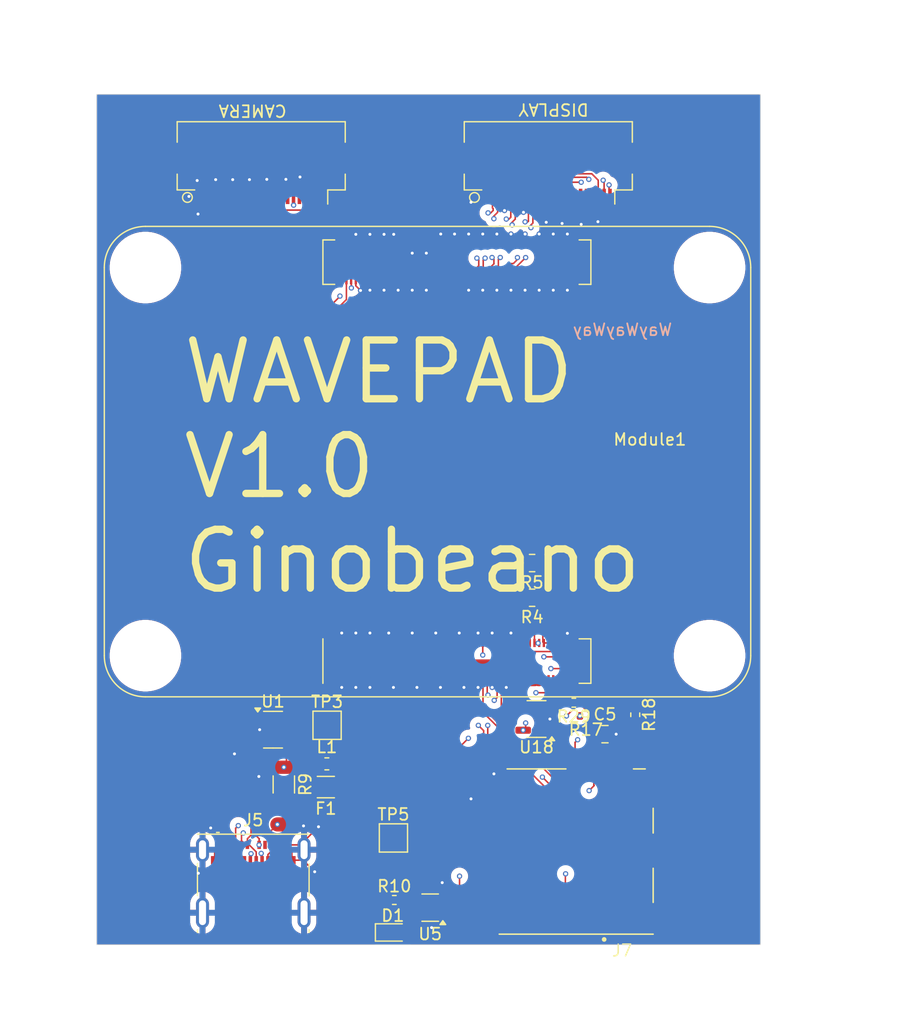
<source format=kicad_pcb>
(kicad_pcb (version 20241229) (generator "pcbnew") (generator_version "9.0")
  (layers (0 "F.Cu" signal "Front") (4 "In1.Cu" signal) (6 "In2.Cu" signal) (2 "B.Cu" signal "Back") (13 "F.Paste" user) (15 "B.Paste" user) (5 "F.SilkS" user "F.Silkscreen") (7 "B.SilkS" user "B.Silkscreen") (1 "F.Mask" user) (3 "B.Mask" user) (25 "Edge.Cuts" user))
  (net 0 "")
  (net 1 "GND")
  (net 2 "/CM4_GPIO (GPIO, SDCARD)/SD_PWR")
  (net 3 "Net-(D1-K)")
  (net 4 "/+3.3v")
  (net 5 "/+5v")
  (net 6 "Net-(U1-VBUS)")
  (net 7 "/CM4_GPIO (GPIO, SDCARD)/GLOBAL_EN")
  (net 8 "/CM4_GPIO (GPIO, SDCARD)/RUN_PG")
  (net 9 "/CM4_GPIO (GPIO, SDCARD)/WL_nDis")
  (net 10 "/CM4_GPIO (GPIO, SDCARD)/BT_nDis")
  (net 11 "/USB/USB D-")
  (net 12 "Net-(J5-CC1)")
  (net 13 "/USB/USB D+")
  (net 14 "/CM4_HighSpeed/SDA1")
  (net 15 "/CM4_GPIO (GPIO, SDCARD)/ID_SC")
  (net 16 "/CM4_GPIO (GPIO, SDCARD)/ID_SD")
  (net 17 "/CM4_HighSpeed/SCL1")
  (net 18 "Net-(J7-DET_A)")
  (net 19 "/CM4_GPIO (GPIO, SDCARD)/SD_DAT1")
  (net 20 "/CM4_GPIO (GPIO, SDCARD)/SD_CMD")
  (net 21 "/CM4_GPIO (GPIO, SDCARD)/SD_CLK")
  (net 22 "/CM4_GPIO (GPIO, SDCARD)/SD_DAT0")
  (net 23 "/CM4_GPIO (GPIO, SDCARD)/SD_DAT3")
  (net 24 "Net-(J7-DET_B)")
  (net 25 "/CM4_GPIO (GPIO, SDCARD)/SD_DAT2")
  (net 26 "/CM4_HighSpeed/CAM0_D0_P")
  (net 29 "/CM4_HighSpeed/CAM0_C_P")
  (net 30 "/CM4_HighSpeed/CAM0_C_N")
  (net 32 "/CM4_HighSpeed/CAM0_D1_P")
  (net 33 "/CM4_HighSpeed/CAM0_D1_N")
  (net 35 "/CM4_HighSpeed/+3.3v")
  (net 36 "/CM4_HighSpeed/CAM0_D0_N")
  (net 38 "/CM4_HighSpeed/CAM_GPIO")
  (net 40 "/CM4_HighSpeed/DSI0_D1_P")
  (net 41 "/CM4_HighSpeed/DSI0_C_P")
  (net 44 "/CM4_HighSpeed/DSI0_D0_N")
  (net 46 "/CM4_HighSpeed/DSI0_D0_P")
  (net 47 "/CM4_HighSpeed/DSI0_C_N")
  (net 50 "/CM4_HighSpeed/DSI0_D1_N")
  (net 51 "/CM4_GPIO (GPIO, SDCARD)/nRPIBOOT")
  (net 52 "/CM4_GPIO (GPIO, SDCARD)/GPIO23")
  (net 53 "/CM4_GPIO (GPIO, SDCARD)/+1.8v")
  (net 54 "/CM4_GPIO (GPIO, SDCARD)/GPIO_VREF")
  (net 55 "/CM4_GPIO (GPIO, SDCARD)/TRD0_N")
  (net 56 "/CM4_GPIO (GPIO, SDCARD)/SYNC_IN")
  (net 57 "/CM4_HighSpeed/CAM1_D0_N")
  (net 58 "/CM4_HighSpeed/DSI1_D3_N")
  (net 59 "/CM4_GPIO (GPIO, SDCARD)/GPIO8")
  (net 61 "/CM4_GPIO (GPIO, SDCARD)/GPIO22")
  (net 62 "/CM4_GPIO (GPIO, SDCARD)/AIN0")
  (net 63 "/CM4_HighSpeed/CAM1_D3_N")
  (net 64 "/CM4_GPIO (GPIO, SDCARD)/GPIO14")
  (net 65 "/CM4_HighSpeed/HDMI0_SDA")
  (net 66 "/CM4_HighSpeed/HDMI1_SDA")
  (net 67 "/CM4_HighSpeed/HDMI1_CK_P")
  (net 68 "/CM4_HighSpeed/DSI1_C_N")
  (net 69 "/CM4_HighSpeed/HDMI1_CK_N")
  (net 70 "/CM4_HighSpeed/HDMI1_D0_N")
  (net 71 "/CM4_HighSpeed/HDMI0_CEC")
  (net 72 "/CM4_GPIO (GPIO, SDCARD)/GPIO4")
  (net 73 "/CM4_HighSpeed/DSI1_D0_N")
  (net 74 "/CM4_HighSpeed/PCIE_CLK_N")
  (net 75 "/CM4_HighSpeed/PCIE_TX_P")
  (net 76 "/CM4_HighSpeed/HDMI1_D2_P")
  (net 77 "/CM4_GPIO (GPIO, SDCARD)/GPIO6")
  (net 78 "/CM4_GPIO (GPIO, SDCARD)/SCL0")
  (net 80 "/CM4_HighSpeed/PCIE_TX_N")
  (net 82 "/CM4_GPIO (GPIO, SDCARD)/EEPROM_nWP")
  (net 83 "/CM4_GPIO (GPIO, SDCARD)/SDA0")
  (net 85 "/CM4_HighSpeed/HDMI1_D2_N")
  (net 86 "/nEXTRST")
  (net 87 "/CM4_HighSpeed/HDMI1_SCL")
  (net 88 "/CM4_GPIO (GPIO, SDCARD)/SYNC_OUT")
  (net 89 "/CM4_GPIO (GPIO, SDCARD)/GPIO27")
  (net 91 "/CM4_HighSpeed/PCIE_CLK_nREQ")
  (net 93 "/CM4_HighSpeed/HDMI0_D0_N")
  (net 94 "/CM4_HighSpeed/CAM1_D2_P")
  (net 95 "/CM4_HighSpeed/HDMI1_HOTPLUG")
  (net 96 "/CM4_HighSpeed/HDMI1_D0_P")
  (net 97 "/CM4_HighSpeed/DSI1_D0_P")
  (net 98 "/CM4_HighSpeed/CAM1_D1_N")
  (net 99 "/CM4_GPIO (GPIO, SDCARD)/AIN1")
  (net 100 "/CM4_HighSpeed/HDMI0_D1_N")
  (net 101 "/CM4_GPIO (GPIO, SDCARD)/GPIO15")
  (net 102 "/CM4_GPIO (GPIO, SDCARD)/ETH_LEDG")
  (net 103 "/CM4_GPIO (GPIO, SDCARD)/GPIO20")
  (net 104 "/CM4_GPIO (GPIO, SDCARD)/TRD2_N")
  (net 105 "/CM4_GPIO (GPIO, SDCARD)/GPIO7")
  (net 106 "/CM4_GPIO (GPIO, SDCARD)/GPIO2")
  (net 107 "/CM4_GPIO (GPIO, SDCARD)/TRD3_P")
  (net 109 "/CM4_GPIO (GPIO, SDCARD)/Reserved")
  (net 110 "/CM4_GPIO (GPIO, SDCARD)/TRD2_P")
  (net 111 "/CM4_HighSpeed/CAM1_C_P")
  (net 112 "/CM4_HighSpeed/HDMI1_CEC")
  (net 113 "/CM4_HighSpeed/USBOTG_ID")
  (net 114 "/CM4_HighSpeed/CAM1_D2_N")
  (net 115 "/CM4_GPIO (GPIO, SDCARD)/GPIO16")
  (net 116 "/CM4_HighSpeed/PCIE_RX_P")
  (net 117 "/CM4_GPIO (GPIO, SDCARD)/GPIO13")
  (net 118 "/CM4_HighSpeed/CAM1_D0_P")
  (net 119 "/CM4_GPIO (GPIO, SDCARD)/GPIO25")
  (net 120 "/CM4_HighSpeed/HDMI0_CK_P")
  (net 121 "/CM4_GPIO (GPIO, SDCARD)/SD_PWR_ON")
  (net 122 "/CM4_HighSpeed/CAM1_D3_P")
  (net 123 "/CM4_HighSpeed/DSI1_D2_N")
  (net 124 "/CM4_HighSpeed/HDMI1_D1_P")
  (net 125 "/CM4_HighSpeed/DSI1_D1_N")
  (net 126 "/CM4_HighSpeed/HDMI0_CK_N")
  (net 128 "/CM4_HighSpeed/DSI1_D2_P")
  (net 129 "/CM4_HighSpeed/PCIE_CLK_P")
  (net 130 "/CM4_HighSpeed/DSI1_D3_P")
  (net 131 "/CM4_HighSpeed/CAM1_C_N")
  (net 132 "/CM4_GPIO (GPIO, SDCARD)/nPWR_LED")
  (net 133 "/CM4_GPIO (GPIO, SDCARD)/GPIO9")
  (net 134 "/CM4_GPIO (GPIO, SDCARD)/GPIO12")
  (net 135 "/CM4_HighSpeed/PCIE_nRST")
  (net 136 "/CM4_HighSpeed/HDMI0_D2_P")
  (net 137 "/CM4_HighSpeed/HDMI0_HOTPLUG")
  (net 138 "/CM4_HighSpeed/CAM1_D1_P")
  (net 139 "/CM4_GPIO (GPIO, SDCARD)/GPIO19")
  (net 140 "/CM4_HighSpeed/TV_OUT")
  (net 141 "/CM4_GPIO (GPIO, SDCARD)/GPIO11")
  (net 142 "/CM4_GPIO (GPIO, SDCARD)/TRD1_N")
  (net 143 "/CM4_HighSpeed/HDMI0_D2_N")
  (net 144 "/CM4_HighSpeed/HDMI1_D1_N")
  (net 145 "/CM4_HighSpeed/HDMI0_SCL")
  (net 146 "/CM4_GPIO (GPIO, SDCARD)/GPIO24")
  (net 147 "/CM4_GPIO (GPIO, SDCARD)/TRD1_P")
  (net 148 "/CM4_HighSpeed/DSI1_D1_P")
  (net 149 "/CM4_GPIO (GPIO, SDCARD)/TRD0_P")
  (net 150 "/CM4_GPIO (GPIO, SDCARD)/GPIO21")
  (net 151 "/CM4_GPIO (GPIO, SDCARD)/GPIO26")
  (net 152 "/CM4_HighSpeed/DSI1_C_P")
  (net 153 "/CM4_GPIO (GPIO, SDCARD)/GPIO10")
  (net 154 "/CM4_HighSpeed/HDMI0_D0_P")
  (net 155 "/CM4_GPIO (GPIO, SDCARD)/GPIO18")
  (net 156 "/CM4_GPIO (GPIO, SDCARD)/GPIO3")
  (net 157 "/CM4_GPIO (GPIO, SDCARD)/ETH_LEDY")
  (net 158 "/CM4_GPIO (GPIO, SDCARD)/GPIO5")
  (net 159 "/CM4_HighSpeed/HDMI0_D1_P")
  (net 160 "/CM4_GPIO (GPIO, SDCARD)/GPIO17")
  (net 162 "/CM4_GPIO (GPIO, SDCARD)/TRD3_N")
  (net 163 "/CM4_HighSpeed/PCIE_RX_N")
  (net 164 "Net-(R10-Pad2)")
  (footprint "TestPoint:TestPoint_Pad_2.0x2.0mm" (layer "F.Cu") (at 126.105 104.345)
    (property "Reference" "TP3")
    (property "Value" "USB 5v")
  )
  (footprint "Resistor_SMD:R_1206_3216Metric" (layer "F.Cu") (at 122.425 109.375 -90)
    (property "Reference" "R9")
    (property "Value" "5.1K")
  )
  (footprint "Resistor_SMD:R_0402_1005Metric" (layer "F.Cu") (at 148.125 103.55 180)
    (property "Reference" "R17")
    (property "Value" "nf")
  )
  (footprint "Package_TO_SOT_SMD:SOT-23-5" (layer "F.Cu") (at 143.925 103.8125 180)
    (property "Reference" "U18")
    (property "Value" "RT9742GGJ5")
  )
  (footprint "Resistor_SMD:R_0402_1005Metric" (layer "F.Cu") (at 147.1 102.425 180)
    (property "Reference" "R29")
    (property "Value" "12K 1%")
  )
  (footprint "Package_TO_SOT_SMD:SOT-353_SC-70-5" (layer "F.Cu") (at 134.875 119.85 180)
    (property "Reference" "U5")
    (property "Value" "74LVC1G07SE-7")
  )
  (footprint "CM4IO:SDCARD_MOLEX_503398-1892" (layer "F.Cu") (at 147.3 115.08 180)
    (property "Reference" "J7")
    (property "Value" "Micro_SD_Card_Det")
  )
  (footprint "CM4IO:Raspberry-Pi-4-Compute-Module" (layer "F.Cu") (at 158.65 98.425 90)
    (property "Reference" "Module1")
    (property "Value" "ComputeModule4")
  )
  (footprint "Resistor_SMD:R_0805_2012Metric" (layer "F.Cu") (at 143.55 93.5 180)
    (property "Reference" "R4")
    (property "Value" "nf")
  )
  (footprint "Resistor_SMD:R_0805_2012Metric" (layer "F.Cu") (at 143.55 90.55 180)
    (property "Reference" "R5")
    (property "Value" "0R")
  )
  (footprint "Inductor_SMD:L_0603_1608Metric" (layer "F.Cu") (at 126.085 107.625)
    (property "Reference" "L1")
    (property "Value" "L")
  )
  (footprint "Connector_USB:USB_C_Receptacle_Molex_105450-0101" (layer "F.Cu") (at 119.825 117.73)
    (property "Reference" "J5")
    (property "Value" "USB_C_Receptacle_USB2.0_14P")
  )
  (footprint "Capacitor_SMD:C_0805_2012Metric" (layer "F.Cu") (at 149.75 105.1)
    (property "Reference" "C5")
    (property "Value" "10u")
  )
  (footprint "Resistor_SMD:R_0402_1005Metric" (layer "F.Cu") (at 131.825 119.2)
    (property "Reference" "R10")
    (property "Value" "1k")
  )
  (footprint "CM4IO:Hirose_FH12-22S-0.5SH_1x22-1MP_P0.50mm_Horizontal" (layer "F.Cu") (at 144.925 57.525 180)
    (property "Reference" "J15")
    (property "Value" "Conn_01x22_Female")
  )
  (footprint "Resistor_SMD:R_0402_1005Metric" (layer "F.Cu") (at 152.325 103.45 -90)
    (property "Reference" "R18")
    (property "Value" "nf")
  )
  (footprint "LED_SMD:LED_0603_1608Metric" (layer "F.Cu") (at 131.7 121.96)
    (property "Reference" "D1")
    (property "Value" "LED Red")
  )
  (footprint "Resistor_SMD:R_1206_3216Metric" (layer "F.Cu") (at 126 109.6 180)
    (property "Reference" "F1")
    (property "Value" "PTC Fuse")
  )
  (footprint "TestPoint:TestPoint_Pad_2.0x2.0mm" (layer "F.Cu") (at 131.75 113.925)
    (property "Reference" "TP5")
    (property "Value" "TestPoint")
  )
  (footprint "Package_TO_SOT_SMD:SOT-23-6" (layer "F.Cu") (at 121.505 104.72)
    (property "Reference" "U1")
    (property "Value" "USBLC6-4SC6")
  )
  (footprint "CM4IO:Hirose_FH12-22S-0.5SH_1x22-1MP_P0.50mm_Horizontal" (layer "F.Cu") (at 120.5 57.525 180)
    (property "Reference" "J8")
    (property "Value" "Conn_01x22_Female")
  )
  (gr_rect (start 106.5 50.7) (end 162.975 123) (stroke (width 0.05)) (fill no) (layer "Edge.Cuts"))
  (gr_text "DISPLAY\n" (at 148.45 51.4 180) (layer "F.SilkS") (effects (font (size 1 1)) (justify left bottom)))
  (gr_text "WAVEPAD\nV1.0\nGinobeano" (at 113.55 93.325 0) (layer "F.SilkS") (effects (font (size 5 5) (thickness 0.625)) (justify left bottom)))
  (gr_text "CAMERA\n" (at 122.75 51.5 180) (layer "F.SilkS") (effects (font (size 1 1)) (justify left bottom)))
  (gr_text "WayWayWay" (at 155.55 71.3 0) (layer "B.SilkS") (effects (font (size 1 1)) (justify left bottom mirror)))
  (segment (start 139.675 59.375) (end 138.85 59.375) (width 0.13) (layer "F.Cu") (net 1))
  (segment (start 138.15 63.425) (end 138.15 62.575) (width 0.13) (layer "F.Cu") (net 1))
  (segment (start 121.25 58.2) (end 120.975 57.925) (width 0.13) (layer "F.Cu") (net 1))
  (segment (start 144.175 59.375) (end 144.175 61) (width 0.13) (layer "F.Cu") (net 1))
  (segment (start 115.25 59.375) (end 114.35 59.375) (width 0.13) (layer "F.Cu") (net 1))
  (segment (start 146.55 66.505) (end 146.55 67.35) (width 0.13) (layer "F.Cu") (net 1))
  (segment (start 116.825 113.7) (end 116.2 113.075) (width 0.13) (layer "F.Cu") (net 1))
  (segment (start 122.825 114.515) (end 123.835 114.515) (width 0.13) (layer "F.Cu") (net 1))
  (segment (start 142.675 60.585) (end 142.815 60.725) (width 0.13) (layer "F.Cu") (net 1))
  (segment (start 140.55 66.505) (end 140.55 67.35) (width 0.13) (layer "F.Cu") (net 1))
  (segment (start 138.85 59.375) (end 138.35 59.875) (width 0.13) (layer "F.Cu") (net 1))
  (segment (start 124.25 58.175) (end 123.8 57.725) (width 0.13) (layer "F.Cu") (net 1))
  (segment (start 131.35 97.345) (end 131.35 96.5) (width 0.13) (layer "F.Cu") (net 1))
  (segment (start 128.55 66.975) (end 128.95 67.375) (width 0.13) (layer "F.Cu") (net 1))
  (segment (start 119.75 58.2) (end 119.5 57.95) (width 0.13) (layer "F.Cu") (net 1))
  (segment (start 137.75 100.425) (end 137.75 101.125) (width 0.13) (layer "F.Cu") (net 1))
  (segment (start 146.55 97.345) (end 146.55 96.525) (width 0.13) (layer "F.Cu") (net 1))
  (segment (start 140.15 97.345) (end 140.15 96.5) (width 0.13) (layer "F.Cu") (net 1))
  (segment (start 145.35 63.425) (end 145.35 62.575) (width 0.13) (layer "F.Cu") (net 1))
  (segment (start 138.95 97.345) (end 138.95 96.5) (width 0.13) (layer "F.Cu") (net 1))
  (segment (start 145.675 59.375) (end 145.675 61.25) (width 0.13) (layer "F.Cu") (net 1))
  (segment (start 128.55 100.425) (end 128.55 101.125) (width 0.13) (layer "F.Cu") (net 1))
  (segment (start 134.55 63.425) (end 134.55 64.2) (width 0.13) (layer "F.Cu") (net 1))
  (segment (start 135 119.700001) (end 135 121.55) (width 0.13) (layer "F.Cu") (net 1))
  (segment (start 141.175 59.375) (end 141.175 60.55) (width 0.13) (layer "F.Cu") (net 1))
  (segment (start 122.775 59.35) (end 122.775 58.1) (width 0.13) (layer "F.Cu") (net 1))
  (segment (start 144.175 61) (end 144.75 61.575) (width 0.13) (layer "F.Cu") (net 1))
  (segment (start 133.35 63.425) (end 133.35 64.2) (width 0.13) (layer "F.Cu") (net 1))
  (segment (start 133.75 100.425) (end 133.75 101.125) (width 0.13) (layer "F.Cu") (net 1))
  (segment (start 145.675 61.25) (end 146.1 61.675) (width 0.13) (layer "F.Cu") (net 1))
  (segment (start 132.15 62.975) (end 131.775 62.6) (width 0.13) (layer "F.Cu") (net 1))
  (segment (start 139.35 66.505) (end 139.35 67.35) (width 0.13) (layer "F.Cu") (net 1))
  (segment (start 115.615 116.925) (end 115.15 116.925) (width 0.13) (layer "F.Cu") (net 1))
  (segment (start 119.75 59.375) (end 119.75 58.2) (width 0.13) (layer "F.Cu") (net 1))
  (segment (start 140.15 100.425) (end 140.15 101.125) (width 0.13) (layer "F.Cu") (net 1))
  (segment (start 122.775 58.1) (end 122.6 57.925) (width 0.13) (layer "F.Cu") (net 1))
  (segment (start 149.15 61.525) (end 149.1125 61.4875) (width 0.13) (layer "F.Cu") (net 1))
  (segment (start 141.175 60.55) (end 141.2 60.575) (width 0.13) (layer "F.Cu") (net 1))
  (segment (start 135.825 119.2) (end 135.825 117.8) (width 0.13) (layer "F.Cu") (net 1))
  (segment (start 128.55 63.425) (end 128.55 62.6) (width 0.13) (layer "F.Cu") (net 1))
  (segment (start 116.75 58.075) (end 116.625 57.95) (width 0.13) (layer "F.Cu") (net 1))
  (segment (start 135.825 119.2) (end 135.500001 119.2) (width 0.13) (layer "F.Cu") (net 1))
  (segment (start 147.175 59.375) (end 147.175 61.2) (width 0.13) (layer "F.Cu") (net 1))
  (segment (start 129.75 100.425) (end 129.75 101.125) (width 0.13) (layer "F.Cu") (net 1))
  (segment (start 127.35 97.345) (end 127.35 96.5) (width 0.13) (layer "F.Cu") (net 1))
  (segment (start 122.825 114.515) (end 122.825 114.175) (width 0.13) (layer "F.Cu") (net 1))
  (segment (start 135.500001 119.2) (end 135 119.700001) (width 0.13) (layer "F.Cu") (net 1))
  (segment (start 130.95 66.505) (end 130.95 67.35) (width 0.13) (layer "F.Cu") (net 1))
  (segment (start 142.675 59.375) (end 142.675 60.585) (width 0.13) (layer "F.Cu") (net 1))
  (segment (start 132.15 66.505) (end 132.15 67.35) (width 0.13) (layer "F.Cu") (net 1))
  (segment (start 115.25 59.375) (end 115.25 58.225) (width 0.13) (layer "F.Cu") (net 1))
  (segment (start 133.35 97.345) (end 133.35 96.5) (width 0.13) (layer "F.Cu") (net 1))
  (segment (start 129.75 66.505) (end 129.75 67.35) (width 0.13) (layer "F.Cu") (net 1))
  (segment (start 116.825 114.515) (end 116.825 113.7) (width 0.13) (layer "F.Cu") (net 1))
  (segment (start 135.35 97.345) (end 135.35 96.5) (width 0.13) (layer "F.Cu") (net 1))
  (segment (start 118.25 59.375) (end 118.25 58.125) (width 0.13) (layer "F.Cu") (net 1))
  (segment (start 135.75 62.6) (end 135.775 62.575) (width 0.13) (layer "F.Cu") (net 1))
  (segment (start 127.35 100.425) (end 127.35 101.125) (width 0.13) (layer "F.Cu") (net 1))
  (segment (start 116.75 59.375) (end 116.75 58.075) (width 0.13) (layer "F.Cu") (net 1))
  (segment (start 115.25 58.225) (end 115.05 58.025) (width 0.13) (layer "F.Cu") (net 1))
  (segment (start 137.35 97.345) (end 137.35 96.5) (width 0.13) (layer "F.Cu") (net 1))
  (segment (start 122.925 115.815) (end 124.065 115.815) (width 0.13) (layer "F.Cu") (net 1))
  (segment (start 132.15 63.425) (end 132.15 62.975) (width 0.13) (layer "F.Cu") (net 1))
  (segment (start 141.35 100.425) (end 141.35 101.125) (width 0.13) (layer "F.Cu") (net 1))
  (segment (start 144.15 66.505) (end 144.15 67.35) (width 0.13) (layer "F.Cu") (net 1))
  (segment (start 134.55 66.505) (end 134.55 67.35) (width 0.13) (layer "F.Cu") (net 1))
  (segment (start 139.35 63.425) (end 139.35 62.575) (width 0.13) (layer "F.Cu") (net 1))
  (segment (start 142.95 63.425) (end 142.95 62.575) (width 0.13) (layer "F.Cu") (net 1))
  (segment (start 122.825 115.715) (end 122.925 115.815) (width 0.13) (layer "F.Cu") (net 1))
  (segment (start 135.75 100.425) (end 135.75 101.125) (width 0.13) (layer "F.Cu") (net 1))
  (segment (start 115.25 59.375) (end 115.25 60.75) (width 0.13) (layer "F.Cu") (net 1))
  (segment (start 129.75 97.345) (end 129.75 96.5) (width 0.13) (layer "F.Cu") (net 1))
  (segment (start 148.675 61.05) (end 149.15 61.525) (width 0.13) (layer "F.Cu") (net 1))
  (segment (start 145.35 66.505) (end 145.35 67.35) (width 0.13) (layer "F.Cu") (net 1))
  (segment (start 124.25 59.375) (end 124.25 58.175) (width 0.13) (layer "F.Cu") (net 1))
  (segment (start 141.75 63.425) (end 141.75 62.575) (width 0.13) (layer "F.Cu") (net 1))
  (segment (start 138.95 100.425) (end 138.95 101.125) (width 0.13) (layer "F.Cu") (net 1))
  (segment (start 124.065 115.815) (end 125.05 116.8) (width 0.13) (layer "F.Cu") (net 1))
  (segment (start 115.25 60.75) (end 115.125 60.875) (width 0.13) (layer "F.Cu") (net 1))
  (segment (start 133.35 66.505) (end 133.35 67.35) (width 0.13) (layer "F.Cu") (net 1))
  (segment (start 122.825 114.175) (end 124.1 112.9) (width 0.13) (layer "F.Cu") (net 1))
  (segment (start 128.55 97.345) (end 128.55 96.5) (width 0.13) (layer "F.Cu") (net 1))
  (segment (start 121.25 59.375) (end 121.25 58.2) (width 0.13) (layer "F.Cu") (net 1))
  (segment (start 140.55 63.425) (end 140.55 62.575) (width 0.13) (layer "F.Cu") (net 1))
  (segment (start 123.835 114.515) (end 125.375 112.975) (width 0.13) (layer "F.Cu") (net 1))
  (segment (start 146.55 63.425) (end 146.55 62.575) (width 0.13) (layer "F.Cu") (net 1))
  (segment (start 148.675 59.375) (end 148.675 61.05) (width 0.13) (layer "F.Cu") (net 1))
  (segment (start 135.825 117.8) (end 135.9 117.725) (width 0.13) (layer "F.Cu") (net 1))
  (segment (start 136.95 63.425) (end 136.95 62.575) (width 0.13) (layer "F.Cu") (net 1))
  (segment (start 141.75 66.505) (end 141.75 67.35) (width 0.13) (layer "F.Cu") (net 1))
  (segment (start 144.15 63.425) (end 144.15 62.575) (width 0.13) (layer "F.Cu") (net 1))
  (segment (start 147.175 61.2) (end 147.725 61.75) (width 0.13) (layer "F.Cu") (net 1))
  (segment (start 122.825 114.515) (end 122.825 115.715) (width 0.13) (layer "F.Cu") (net 1))
  (segment (start 129.75 63.425) (end 129.75 62.6) (width 0.13) (layer "F.Cu") (net 1))
  (segment (start 140.82 107.955) (end 140.3 108.475) (width 0.13) (layer "F.Cu") (net 1))
  (segment (start 138.15 66.505) (end 138.15 67.35) (width 0.13) (layer "F.Cu") (net 1))
  (segment (start 118.25 58.125) (end 118.075 57.95) (width 0.13) (layer "F.Cu") (net 1))
  (segment (start 130.95 63.425) (end 130.95 62.6) (width 0.13) (layer "F.Cu") (net 1))
  (segment (start 135.75 63.425) (end 135.75 62.6) (width 0.13) (layer "F.Cu") (net 1))
  (segment (start 131.75 100.425) (end 131.75 101.125) (width 0.13) (layer "F.Cu") (net 1))
  (segment (start 141.75 97.345) (end 141.75 96.5) (width 0.13) (layer "F.Cu") (net 1))
  (segment (start 122.75 59.375) (end 122.775 59.35) (width 0.13) (layer "F.Cu") (net 1))
  (segment (start 128.55 66.505) (end 128.55 66.975) (width 0.13) (layer "F.Cu") (net 1))
  (segment (start 142.95 66.505) (end 142.95 67.35) (width 0.13) (layer "F.Cu") (net 1))
  (segment (start 116.725 115.815) (end 115.615 116.925) (width 0.13) (layer "F.Cu") (net 1))
  (segment (start 140.82 107.935) (end 140.82 107.955) (width 0.13) (layer "F.Cu") (net 1))
  (via (at 146.55 62.575) (size 0.45) (drill 0.25) (layers "F.Cu" "B.Cu") (net 1))
  (via (at 141.2 60.575) (size 0.45) (drill 0.25) (layers "F.Cu" "B.Cu") (net 1))
  (via (at 130.95 62.6) (size 0.45) (drill 0.25) (layers "F.Cu" "B.Cu") (net 1))
  (via (at 131.35 96.5) (size 0.45) (drill 0.25) (layers "F.Cu" "B.Cu") (net 1))
  (via (at 146.55 96.525) (size 0.45) (drill 0.25) (layers "F.Cu" "B.Cu") (net 1))
  (via (at 114.35 59.375) (size 0.45) (drill 0.25) (layers "F.Cu" "B.Cu") (net 1))
  (via (at 138.95 101.125) (size 0.45) (drill 0.25) (layers "F.Cu" "B.Cu") (net 1))
  (via (at 118.225 106.775) (size 0.45) (drill 0.25) (layers "F.Cu" "B.Cu") (net 1))
  (via (at 119.5 57.95) (size 0.45) (drill 0.25) (layers "F.Cu" "B.Cu") (net 1))
  (via (at 116.625 57.95) (size 0.45) (drill 0.25) (layers "F.Cu" "B.Cu") (net 1))
  (via (at 124.1 112.9) (size 0.45) (drill 0.25) (layers "F.Cu" "B.Cu") (net 1))
  (via (at 146.1 61.675) (size 0.45) (drill 0.25) (layers "F.Cu" "B.Cu") (net 1))
  (via (at 133.75 101.125) (size 0.45) (drill 0.25) (layers "F.Cu" "B.Cu") (net 1))
  (via (at 125.375 112.975) (size 0.45) (drill 0.25) (layers "F.Cu" "B.Cu") (net 1))
  (via (at 128.55 62.6) (size 0.45) (drill 0.25) (layers "F.Cu" "B.Cu") (net 1))
  (via (at 145.0625 103.8125) (size 0.45) (drill 0.25) (layers "F.Cu" "B.Cu") (net 1))
  (via (at 145.35 62.575) (size 0.45) (drill 0.25) (layers "F.Cu" "B.Cu") (net 1))
  (via (at 133.35 96.5) (size 0.45) (drill 0.25) (layers "F.Cu" "B.Cu") (net 1))
  (via (at 132.15 67.35) (size 0.45) (drill 0.25) (layers "F.Cu" "B.Cu") (net 1))
  (via (at 142.95 67.35) (size 0.45) (drill 0.25) (layers "F.Cu" "B.Cu") (net 1))
  (via (at 133.35 67.35) (size 0.45) (drill 0.25) (layers "F.Cu" "B.Cu") (net 1))
  (via (at 115.05 58.025) (size 0.45) (drill 0.25) (layers "F.Cu" "B.Cu") (net 1))
  (via (at 145.35 67.35) (size 0.45) (drill 0.25) (layers "F.Cu" "B.Cu") (net 1))
  (via (at 138.95 96.5) (size 0.45) (drill 0.25) (layers "F.Cu" "B.Cu") (net 1))
  (via (at 131.75 101.125) (size 0.45) (drill 0.25) (layers "F.Cu" "B.Cu") (net 1))
  (via (at 135.75 101.125) (size 0.45) (drill 0.25) (layers "F.Cu" "B.Cu") (net 1))
  (via (at 125.05 116.8) (size 0.45) (drill 0.25) (layers "F.Cu" "B.Cu") (net 1))
  (via (at 120.975 57.925) (size 0.45) (drill 0.25) (layers "F.Cu" "B.Cu") (net 1))
  (via (at 137.75 101.125) (size 0.45) (drill 0.25) (layers "F.Cu" "B.Cu") (net 1))
  (via (at 138.35 110.6) (size 0.45) (drill 0.25) (layers "F.Cu" "B.Cu") (net 1))
  (via (at 134.55 64.2) (size 0.45) (drill 0.25) (layers "F.Cu" "B.Cu") (net 1))
  (via (at 115.125 60.875) (size 0.45) (drill 0.25) (layers "F.Cu" "B.Cu") (net 1))
  (via (at 141.75 96.5) (size 0.45) (drill 0.25) (layers "F.Cu" "B.Cu") (net 1))
  (via (at 139.35 62.575) (size 0.45) (drill 0.25) (layers "F.Cu" "B.Cu") (net 1))
  (via (at 139.35 67.35) (size 0.45) (drill 0.25) (layers "F.Cu" "B.Cu") (net 1))
  (via (at 129.75 101.125) (size 0.45) (drill 0.25) (layers "F.Cu" "B.Cu") (net 1))
  (via (at 128.55 96.5) (size 0.45) (drill 0.25) (layers "F.Cu" "B.Cu") (net 1))
  (via (at 144.75 61.575) (size 0.45) (drill 0.25) (layers "F.Cu" "B.Cu") (net 1))
  (via (at 138.35 59.875) (size 0.45) (drill 0.25) (layers "F.Cu" "B.Cu") (net 1))
  (via (at 130.95 67.35) (size 0.45) (drill 0.25) (layers "F.Cu" "B.Cu") (net 1))
  (via (at 128.95 67.375) (size 0.45) (drill 0.25) (layers "F.Cu" "B.Cu") (net 1))
  (via (at 128.55 101.125) (size 0.45) (drill 0.25) (layers "F.Cu" "B.Cu") (net 1))
  (via (at 135.35 96.5) (size 0.45) (drill 0.25) (layers "F.Cu" "B.Cu") (net 1))
  (via (at 141.35 101.125) (size 0.45) (drill 0.25) (layers "F.Cu" "B.Cu") (net 1))
  (via (at 142.95 62.575) (size 0.45) (drill 0.25) (layers "F.Cu" "B.Cu") (net 1))
  (via (at 115.15 116.925) (size 0.45) (drill 0.25) (layers "F.Cu" "B.Cu") (net 1))
  (via (at 129.75 67.35) (size 0.45) (drill 0.25) (layers "F.Cu" "B.Cu") (net 1))
  (via (at 140.3 108.475) (size 0.45) (drill 0.25) (layers "F.Cu" "B.Cu") (net 1))
  (via (at 138.15 62.575) (size 0.45) (drill 0.25) (layers "F.Cu" "B.Cu") (net 1))
  (via (at 129.75 62.6) (size 0.45) (drill 0.25) (layers "F.Cu" "B.Cu") (net 1))
  (via (at 127.35 96.5) (size 0.45) (drill 0.25) (layers "F.Cu" "B.Cu") (net 1))
  (via (at 140.15 101.125) (size 0.45) (drill 0.25) (layers "F.Cu" "B.Cu") (net 1))
  (via (at 129.75 96.5) (size 0.45) (drill 0.25) (layers "F.Cu" "B.Cu") (net 1))
  (via (at 144.15 62.575) (size 0.45) (drill 0.25) (layers "F.Cu" "B.Cu") (net 1))
  (via (at 138.15 67.35) (size 0.45) (drill 0.25) (layers "F.Cu" "B.Cu") (net 1))
  (via (at 135 121.55) (size 0.45) (drill 0.25) (layers "F.Cu" "B.Cu") (net 1))
  (via (at 140.55 67.35) (size 0.45) (drill 0.25) (layers "F.Cu" "B.Cu") (net 1))
  (via (at 135.9 117.725) (size 0.45) (drill 0.25) (layers "F.Cu" "B.Cu") (net 1))
  (via (at 142.815 60.725) (size 0.45) (drill 0.25) (layers "F.Cu" "B.Cu") (net 1))
  (via (at 118.075 57.95) (size 0.45) (drill 0.25) (layers "F.Cu" "B.Cu") (net 1))
  (via (at 134.55 67.35) (size 0.45) (drill 0.25) (layers "F.Cu" "B.Cu") (net 1))
  (via (at 150.7 105.1) (size 0.45) (drill 0.25) (layers "F.Cu" "B.Cu") (net 1))
  (via (at 136.95 62.575) (size 0.45) (drill 0.25) (layers "F.Cu" "B.Cu") (net 1))
  (via (at 141.75 67.35) (size 0.45) (drill 0.25) (layers "F.Cu" "B.Cu") (net 1))
  (via (at 131.775 62.6) (size 0.45) (drill 0.25) (layers "F.Cu" "B.Cu") (net 1))
  (via (at 135.775 62.575) (size 0.45) (drill 0.25) (layers "F.Cu" "B.Cu") (net 1))
  (via (at 122.6 57.925) (size 0.45) (drill 0.25) (layers "F.Cu" "B.Cu") (net 1))
  (via (at 133.35 64.2) (size 0.45) (drill 0.25) (layers "F.Cu" "B.Cu") (net 1))
  (via (at 127.35 101.125) (size 0.45) (drill 0.25) (layers "F.Cu" "B.Cu") (net 1))
  (via (at 120.3 108.7) (size 0.45) (drill 0.25) (layers "F.Cu" "B.Cu") (net 1))
  (via (at 116.2 113.075) (size 0.45) (drill 0.25) (layers "F.Cu" "B.Cu") (net 1))
  (via (at 140.15 96.5) (size 0.45) (drill 0.25) (layers "F.Cu" "B.Cu") (net 1))
  (via (at 141.75 62.575) (size 0.45) (drill 0.25) (layers "F.Cu" "B.Cu") (net 1))
  (via (at 146.55 67.35) (size 0.45) (drill 0.25) (layers "F.Cu" "B.Cu") (net 1))
  (via (at 144.15 67.35) (size 0.45) (drill 0.25) (layers "F.Cu" "B.Cu") (net 1))
  (via (at 123.8 57.725) (size 0.45) (drill 0.25) (layers "F.Cu" "B.Cu") (net 1))
  (via (at 149.15 61.525) (size 0.45) (drill 0.25) (layers "F.Cu" "B.Cu") (net 1))
  (via (at 137.35 96.5) (size 0.45) (drill 0.25) (layers "F.Cu" "B.Cu") (net 1))
  (via (at 120.3675 104.72) (size 0.45) (drill 0.25) (layers "F.Cu" "B.Cu") (net 1))
  (via (at 140.55 62.575) (size 0.45) (drill 0.25) (layers "F.Cu" "B.Cu") (net 1))
  (via (at 147.725 61.75) (size 0.45) (drill 0.25) (layers "F.Cu" "B.Cu") (net 1))
  (segment (start 148.8 109.44) (end 148.83 109.47) (width 0.13) (layer "F.Cu") (net 2))
  (segment (start 146.38 116.995) (end 146.38 120.705) (width 0.13) (layer "F.Cu") (net 2))
  (segment (start 146.4 116.975) (end 146.38 116.995) (width 0.13) (layer "F.Cu") (net 2))
  (segment (start 145.0625 104.7625) (end 148.4625 104.7625) (width 0.13) (layer "F.Cu") (net 2))
  (segment (start 148.8 105.1) (end 148.8 109.44) (width 0.13) (layer "F.Cu") (net 2))
  (segment (start 148.83 109.47) (end 148.4 109.9) (width 0.13) (layer "F.Cu") (net 2))
  (segment (start 148.4625 104.7625) (end 148.8 105.1) (width 0.13) (layer "F.Cu") (net 2))
  (via (at 146.4 116.975) (size 0.45) (drill 0.25) (layers "F.Cu" "B.Cu") (net 2))
  (via (at 148.4 109.9) (size 0.45) (drill 0.25) (layers "F.Cu" "B.Cu") (net 2))
  (segment (start 131.75 118.755) (end 131.75 113.925) (width 0.13) (layer "F.Cu") (net 3))
  (segment (start 131.315 119.2) (end 131.315 119.19) (width 0.13) (layer "F.Cu") (net 3))
  (segment (start 130.9125 119.6025) (end 131.315 119.2) (width 0.13) (layer "F.Cu") (net 3))
  (segment (start 131.315 119.19) (end 131.75 118.755) (width 0.13) (layer "F.Cu") (net 3))
  (segment (start 130.9125 121.65) (end 130.9125 119.6025) (width 0.13) (layer "F.Cu") (net 3))
  (segment (start 143.75 91.2625) (end 143.75 97.345) (width 0.13) (layer "F.Cu") (net 4))
  (segment (start 133.925 120.5) (end 134.446 119.979) (width 0.13) (layer "F.Cu") (net 4))
  (segment (start 145.892 98.525) (end 144.55 98.525) (width 0.13) (layer "F.Cu") (net 4))
  (segment (start 132.4875 121.65) (end 132.775 121.65) (width 0.13) (layer "F.Cu") (net 4))
  (segment (start 147.61 102.425) (end 147.6 102.425) (width 0.13) (layer "F.Cu") (net 4))
  (segment (start 147.61 102.525) (end 148.635 103.55) (width 0.13) (layer "F.Cu") (net 4))
  (segment (start 144.15 97.345) (end 143.75 97.345) (width 0.13) (layer "F.Cu") (net 4))
  (segment (start 134.446 119.979) (end 134.446 109.129) (width 0.13) (layer "F.Cu") (net 4))
  (segment (start 147.61 102.425) (end 147.61 102.525) (width 0.13) (layer "F.Cu") (net 4))
  (segment (start 143 104.15) (end 143 104.55) (width 0.13) (layer "F.Cu") (net 4))
  (segment (start 143 104.55) (end 142.7875 104.7625) (width 0.13) (layer "F.Cu") (net 4))
  (segment (start 134.446 109.129) (end 138.125 105.45) (width 0.13) (layer "F.Cu") (net 4))
  (segment (start 144.4625 90.55) (end 143.75 91.2625) (width 0.13) (layer "F.Cu") (net 4))
  (segment (start 132.775 121.65) (end 133.925 120.5) (width 0.13) (layer "F.Cu") (net 4))
  (segment (start 147.61 102.425) (end 147.61 100.243) (width 0.13) (layer "F.Cu") (net 4))
  (segment (start 147.61 100.243) (end 145.892 98.525) (width 0.13) (layer "F.Cu") (net 4))
  (segment (start 147.6 102.425) (end 146.475 103.55) (width 0.13) (layer "F.Cu") (net 4))
  (via (at 138.125 105.45) (size 0.45) (drill 0.25) (layers "F.Cu" "B.Cu") (net 4))
  (via (at 144.55 98.525) (size 0.45) (drill 0.25) (layers "F.Cu" "B.Cu") (net 4))
  (via (at 143 104.15) (size 0.45) (drill 0.25) (layers "F.Cu" "B.Cu") (net 4))
  (via (at 146.475 103.55) (size 0.45) (drill 0.25) (layers "F.Cu" "B.Cu") (net 4))
  (via (at 142.7875 104.7625) (size 0.45) (drill 0.25) (layers "F.Cu" "B.Cu") (net 4))
  (via (at 144.056328 97.364387) (size 0.45) (drill 0.25) (layers "F.Cu" "B.Cu") (net 4))
  (segment (start 142.981 100.425) (end 142.981 100) (width 1.2) (layer "F.Cu") (net 5))
  (segment (start 126.8725 105.1125) (end 126.105 104.345) (width 1.2) (layer "F.Cu") (net 5))
  (segment (start 143.75 100.425) (end 142.981 100.425) (width 1.2) (layer "F.Cu") (net 5))
  (segment (start 144.119 100.394) (end 144.119 100.425) (width 1.2) (layer "F.Cu") (net 5))
  (segment (start 127.4625 108.215) (end 126.8725 107.625) (width 1.2) (layer "F.Cu") (net 5))
  (segment (start 126.8725 107.625) (end 126.8725 105.1125) (width 1.2) (layer "F.Cu") (net 5))
  (segment (start 126.105 99.758) (end 126.519 99.344) (width 1.2) (layer "F.Cu") (net 5))
  (segment (start 126.105 104.345) (end 126.105 99.758) (width 1.2) (layer "F.Cu") (net 5))
  (segment (start 143.069 99.344) (end 144.119 100.394) (width 1.2) (layer "F.Cu") (net 5))
  (segment (start 126.519 99.344) (end 143.069 99.344) (width 1.2) (layer "F.Cu") (net 5))
  (segment (start 127.4625 109.6) (end 127.4625 108.215) (width 1.2) (layer "F.Cu") (net 5))
  (segment (start 124.5375 109.6) (end 124.5375 108.385) (width 1.2) (layer "F.Cu") (net 6))
  (segment (start 118.575 115.245) (end 118.575 115.815) (width 0.13) (layer "F.Cu") (net 6))
  (segment (start 125.2975 106.553844) (end 125.2975 107.625) (width 1) (layer "F.Cu") (net 6))
  (segment (start 121.325 113.325) (end 121.875 112.775) (width 0.13) (layer "F.Cu") (net 6))
  (segment (start 121.075 115.335) (end 121.325 115.085) (width 0.13) (layer "F.Cu") (net 6))
  (segment (start 118.325 114.515) (end 118.325 114.995) (width 0.13) (layer "F.Cu") (net 6))
  (segment (start 122.819272 112.775) (end 121.875 112.775) (width 1.2) (layer "F.Cu") (net 6))
  (segment (start 121.325 114.515) (end 121.325 113.325) (width 0.13) (layer "F.Cu") (net 6))
  (segment (start 118.325 114.995) (end 118.575 115.245) (width 0.13) (layer "F.Cu") (net 6))
  (segment (start 124.5375 109.6) (end 124.5375 111.056772) (width 1.2) (layer "F.Cu") (net 6))
  (segment (start 118.325 114.515) (end 118.325 113.1) (width 0.13) (layer "F.Cu") (net 6))
  (segment (start 118.325 113.1) (end 118.55 112.875) (width 0.13) (layer "F.Cu") (net 6))
  (segment (start 124.5375 108.385) (end 125.2975 107.625) (width 1.2) (layer "F.Cu") (net 6))
  (segment (start 121.075 115.815) (end 121.075 115.335) (width 0.13) (layer "F.Cu") (net 6))
  (segment (start 123.463656 104.72) (end 125.2975 106.553844) (width 1) (layer "F.Cu") (net 6))
  (segment (start 122.6425 104.72) (end 123.463656 104.72) (width 1) (layer "F.Cu") (net 6))
  (segment (start 124.5375 111.056772) (end 122.819272 112.775) (width 1.2) (layer "F.Cu") (net 6))
  (segment (start 121.325 115.085) (end 121.325 114.515) (width 0.13) (layer "F.Cu") (net 6))
  (via (at 121.875 112.775) (size 0.45) (drill 0.25) (layers "F.Cu" "B.Cu") (net 6))
  (via (at 118.55 112.875) (size 0.45) (drill 0.25) (layers "F.Cu" "B.Cu") (net 6))
  (segment (start 120.7475 102.994026) (end 120.7475 75.146202) (width 0.13) (layer "F.Cu") (net 11))
  (segment (start 121.226 103.472526) (end 120.7475 102.994026) (width 0.13) (layer "F.Cu") (net 11))
  (segment (start 120.7475 75.146202) (end 127.75 68.143702) (width 0.13) (layer "F.Cu") (net 11))
  (segment (start 120.7475 105.29) (end 120.953474 105.29) (width 0.13) (layer "F.Cu") (net 11))
  (segment (start 118.25 104.815) (end 119.105 105.67) (width 0.13) (layer "F.Cu") (net 11))
  (segment (start 119.575 115.321135) (end 119.632929 115.263206) (width 0.13) (layer "F.Cu") (net 11))
  (segment (start 121.226 105.017474) (end 121.226 103.472526) (width 0.13) (layer "F.Cu") (net 11))
  (segment (start 120.3675 105.67) (end 120.7475 105.29) (width 0.13) (layer "F.Cu") (net 11))
  (segment (start 116.04 105.453702) (end 116.678702 104.815) (width 0.13) (layer "F.Cu") (net 11))
  (segment (start 120.325 114.515) (end 120.325 113.989999) (width 0.13) (layer "F.Cu") (net 11))
  (segment (start 116.04 106.546298) (end 116.04 105.453702) (width 0.13) (layer "F.Cu") (net 11))
  (segment (start 127.75 68.143702) (end 127.75 66.505) (width 0.13) (layer "F.Cu") (net 11))
  (segment (start 119.575 115.815) (end 119.575 115.321135) (width 0.13) (layer "F.Cu") (net 11))
  (segment (start 120.015 110.521298) (end 116.04 106.546298) (width 0.13) (layer "F.Cu") (net 11))
  (segment (start 116.678702 104.815) (end 118.25 104.815) (width 0.13) (layer "F.Cu") (net 11))
  (segment (start 119.105 105.67) (end 120.3675 105.67) (width 0.13) (layer "F.Cu") (net 11))
  (segment (start 120.015 113.679999) (end 120.015 110.521298) (width 0.13) (layer "F.Cu") (net 11))
  (segment (start 120.953474 105.29) (end 121.226 105.017474) (width 0.13) (layer "F.Cu") (net 11))
  (segment (start 120.325 113.989999) (end 120.015 113.679999) (width 0.13) (layer "F.Cu") (net 11))
  (via (at 119.632929 115.263206) (size 0.45) (drill 0.25) (layers "F.Cu" "B.Cu") (net 11))
  (via (at 120.319998 114.515) (size 0.45) (drill 0.25) (layers "F.Cu" "B.Cu") (net 11))
  (segment (start 120.575 115.315125) (end 120.498271 115.238396) (width 0.13) (layer "F.Cu") (net 12))
  (segment (start 118.825 113.65) (end 118.975 113.5) (width 0.13) (layer "F.Cu") (net 12))
  (segment (start 122.6425 107.4325) (end 122.6425 105.67) (width 0.13) (layer "F.Cu") (net 12))
  (segment (start 122.425 107.9125) (end 122.425 107.65) (width 0.13) (layer "F.Cu") (net 12))
  (segment (start 122.425 107.65) (end 122.6425 107.4325) (width 0.13) (layer "F.Cu") (net 12))
  (segment (start 118.825 114.515) (end 118.825 113.65) (width 0.13) (layer "F.Cu") (net 12))
  (segment (start 120.575 115.815) (end 120.575 115.315125) (width 0.13) (layer "F.Cu") (net 12))
  (via (at 120.498271 115.238396) (size 0.45) (drill 0.25) (layers "F.Cu" "B.Cu") (net 12))
  (via (at 122.425 107.9125) (size 0.45) (drill 0.25) (layers "F.Cu" "B.Cu") (net 12))
  (via (at 118.975 113.5) (size 0.45) (drill 0.25) (layers "F.Cu" "B.Cu") (net 12))
  (segment (start 119.635 113.679999) (end 119.635 110.678702) (width 0.13) (layer "F.Cu") (net 13))
  (segment (start 115.66 106.703702) (end 115.66 105.296298) (width 0.13) (layer "F.Cu") (net 13))
  (segment (start 120.075 115.815) (end 120.075 115.109893) (width 0.13) (layer "F.Cu") (net 13))
  (segment (start 118.25 104.435) (end 118.915 103.77) (width 0.13) (layer "F.Cu") (net 13))
  (segment (start 120.3675 103.77) (end 120.3675 74.7075) (width 0.13) (layer "F.Cu") (net 13))
  (segment (start 119.635 110.678702) (end 115.66 106.703702) (width 0.13) (layer "F.Cu") (net 13))
  (segment (start 119.480107 114.515) (end 119.325 114.515) (width 0.13) (layer "F.Cu") (net 13))
  (segment (start 120.075 115.109893) (end 119.480107 114.515) (width 0.13) (layer "F.Cu") (net 13))
  (segment (start 118.915 103.77) (end 120.3675 103.77) (width 0.13) (layer "F.Cu") (net 13))
  (segment (start 128.17 67.160321) (end 128.17 66.525) (width 0.13) (layer "F.Cu") (net 13))
  (segment (start 115.66 105.296298) (end 116.521298 104.435) (width 0.13) (layer "F.Cu") (net 13))
  (segment (start 116.521298 104.435) (end 118.25 104.435) (width 0.13) (layer "F.Cu") (net 13))
  (segment (start 127.2 67.875) (end 127.2 67.85) (width 0.13) (layer "F.Cu") (net 13))
  (segment (start 119.325 113.989999) (end 119.635 113.679999) (width 0.13) (layer "F.Cu") (net 13))
  (segment (start 128.17 66.525) (end 128.15 66.505) (width 0.13) (layer "F.Cu") (net 13))
  (segment (start 119.325 114.515) (end 119.325 113.989999) (width 0.13) (layer "F.Cu") (net 13))
  (segment (start 127.109351 67.965649) (end 127.2 67.875) (width 0.13) (layer "F.Cu") (net 13))
  (segment (start 120.3675 74.7075) (end 127.109351 67.965649) (width 0.13) (layer "F.Cu") (net 13))
  (via (at 128.17 67.160321) (size 0.45) (drill 0.25) (layers "F.Cu" "B.Cu") (net 13))
  (via (at 127.2 67.85) (size 0.45) (drill 0.25) (layers "F.Cu" "B.Cu") (net 13))
  (segment (start 149.595 58) (end 149.675 58.08) (width 0.13) (layer "F.Cu") (net 14))
  (segment (start 149.675 58.08) (end 149.675 59.375) (width 0.13) (layer "F.Cu") (net 14))
  (segment (start 125.25 59.375) (end 125.25 58.683) (width 0.13) (layer "F.Cu") (net 14))
  (segment (start 127.1 57.75) (end 148.2 57.75) (width 0.13) (layer "F.Cu") (net 14))
  (segment (start 126.183 57.75) (end 127.1 57.75) (width 0.13) (layer "F.Cu") (net 14))
  (segment (start 125.25 58.683) (end 126.183 57.75) (width 0.13) (layer "F.Cu") (net 14))
  (segment (start 148.2 57.75) (end 148.375 57.925) (width 0.13) (layer "F.Cu") (net 14))
  (via (at 149.595 58) (size 0.45) (drill 0.25) (layers "F.Cu" "B.Cu") (net 14))
  (via (at 148.375 57.925) (size 0.45) (drill 0.25) (layers "F.Cu" "B.Cu") (net 14))
  (segment (start 124.75 59.375) (end 124.75 58.595) (width 0.13) (layer "F.Cu") (net 17))
  (segment (start 148.625 57.45) (end 149.175 58) (width 0.13) (layer "F.Cu") (net 17))
  (segment (start 125.895 57.45) (end 148.625 57.45) (width 0.13) (layer "F.Cu") (net 17))
  (segment (start 149.175 58) (end 149.175 59.375) (width 0.13) (layer "F.Cu") (net 17))
  (segment (start 124.75 58.595) (end 125.895 57.45) (width 0.13) (layer "F.Cu") (net 17))
  (segment (start 147.425 105.575) (end 147.205 105.795) (width 0.13) (layer "F.Cu") (net 18))
  (segment (start 147.205 105.795) (end 147.205 108.165) (width 0.13) (layer "F.Cu") (net 18))
  (via (at 147.615 103.55) (size 0.45) (drill 0.25) (layers "F.Cu" "B.Cu") (net 18))
  (via (at 147.425 105.575) (size 0.45) (drill 0.25) (layers "F.Cu" "B.Cu") (net 18))
  (segment (start 139.425 104.8) (end 139.425 111.2) (width 0.13) (layer "F.Cu") (net 19))
  (segment (start 138.975 104.35) (end 139.425 104.8) (width 0.13) (layer "F.Cu") (net 19))
  (segment (start 139.425 111.2) (end 141.98 113.755) (width 0.13) (layer "F.Cu") (net 19))
  (segment (start 141.98 113.755) (end 141.98 120.705) (width 0.13) (layer "F.Cu") (net 19))
  (segment (start 140.571 100.446) (end 140.55 100.425) (width 0.13) (layer "F.Cu") (net 19))
  (segment (start 140.325 102.225) (end 140.571 101.979) (width 0.13) (layer "F.Cu") (net 19))
  (segment (start 140.571 101.979) (end 140.571 100.446) (width 0.13) (layer "F.Cu") (net 19))
  (via (at 138.975 104.35) (size 0.45) (drill 0.25) (layers "F.Cu" "B.Cu") (net 19))
  (via (at 140.325 102.225) (size 0.45) (drill 0.25) (layers "F.Cu" "B.Cu") (net 19))
  (segment (start 139.35 98.375) (end 139.35 97.345) (width 0.13) (layer "F.Cu") (net 20))
  (segment (start 144.425 108.75) (end 147.48 111.805) (width 0.13) (layer "F.Cu") (net 20))
  (segment (start 147.48 111.805) (end 147.48 120.705) (width 0.13) (layer "F.Cu") (net 20))
  (via (at 139.35 98.375) (size 0.45) (drill 0.25) (layers "F.Cu" "B.Cu") (net 20))
  (via (at 144.425 108.75) (size 0.45) (drill 0.25) (layers "F.Cu" "B.Cu") (net 20))
  (segment (start 145.28 110.23) (end 145.28 120.705) (width 0.13) (layer "F.Cu") (net 21))
  (segment (start 138.529 100.446) (end 138.529 102.398194) (width 0.13) (layer "F.Cu") (net 21))
  (segment (start 141.366 105.235194) (end 141.366 106.316) (width 0.13) (layer "F.Cu") (net 21))
  (segment (start 141.366 106.316) (end 145.28 110.23) (width 0.13) (layer "F.Cu") (net 21))
  (segment (start 138.55 100.425) (end 138.529 100.446) (width 0.13) (layer "F.Cu") (net 21))
  (segment (start 138.529 102.398194) (end 141.366 105.235194) (width 0.13) (layer "F.Cu") (net 21))
  (segment (start 143.3 116.875) (end 143.075 116.65) (width 0.13) (layer "F.Cu") (net 22))
  (segment (start 139.729 101.713) (end 139.729 100.446) (width 0.13) (layer "F.Cu") (net 22))
  (segment (start 142 112.225) (end 141.45 111.675) (width 0.13) (layer "F.Cu") (net 22))
  (segment (start 139.791 101.775) (end 139.729 101.713) (width 0.13) (layer "F.Cu") (net 22))
  (segment (start 139.729 100.446) (end 139.75 100.425) (width 0.13) (layer "F.Cu") (net 22))
  (segment (start 143.075 116) (end 143.35 115.725) (width 0.13) (layer "F.Cu") (net 22))
  (segment (start 140.025 110.15) (end 139.775 109.9) (width 0.13) (layer "F.Cu") (net 22))
  (segment (start 139.775 109.9) (end 139.775 104.35) (width 0.13) (layer "F.Cu") (net 22))
  (segment (start 143.075 114.225) (end 143.325 113.975) (width 0.13) (layer "F.Cu") (net 22))
  (segment (start 140.025 111.052) (end 140.025 110.15) (width 0.13) (layer "F.Cu") (net 22))
  (segment (start 141.45 111.675) (end 141.45 111.65) (width 0.13) (layer "F.Cu") (net 22))
  (segment (start 143.075 114.675) (end 143.075 114.225) (width 0.13) (layer "F.Cu") (net 22))
  (segment (start 141.45 111.65) (end 140.623 111.65) (width 0.13) (layer "F.Cu") (net 22))
  (segment (start 143.3 117.775) (end 143.3 116.875) (width 0.13) (layer "F.Cu") (net 22))
  (segment (start 143.325 113.5) (end 143.025 113.2) (width 0.13) (layer "F.Cu") (net 22))
  (segment (start 143.075 116.65) (end 143.075 116) (width 0.13) (layer "F.Cu") (net 22))
  (segment (start 142.4 113.2) (end 142 112.8) (width 0.13) (layer "F.Cu") (net 22))
  (segment (start 143.325 113.975) (end 143.325 113.5) (width 0.13) (layer "F.Cu") (net 22))
  (segment (start 140.623 111.65) (end 140.025 111.052) (width 0.13) (layer "F.Cu") (net 22))
  (segment (start 143.08 117.995) (end 143.3 117.775) (width 0.13) (layer "F.Cu") (net 22))
  (segment (start 143.08 120.705) (end 143.08 117.995) (width 0.13) (layer "F.Cu") (net 22))
  (segment (start 143.35 115.725) (end 143.35 114.95) (width 0.13) (layer "F.Cu") (net 22))
  (segment (start 143.025 113.2) (end 142.4 113.2) (width 0.13) (layer "F.Cu") (net 22))
  (segment (start 143.35 114.95) (end 143.075 114.675) (width 0.13) (layer "F.Cu") (net 22))
  (segment (start 142 112.8) (end 142 112.225) (width 0.13) (layer "F.Cu") (net 22))
  (via (at 139.775 104.35) (size 0.45) (drill 0.25) (layers "F.Cu" "B.Cu") (net 22))
  (via (at 139.791 101.775) (size 0.45) (drill 0.25) (layers "F.Cu" "B.Cu") (net 22))
  (segment (start 148.58 112.080084) (end 148.58 120.705) (width 0.13) (layer "F.Cu") (net 23))
  (segment (start 139.371 100.446) (end 139.371 102.871084) (width 0.13) (layer "F.Cu") (net 23))
  (segment (start 139.371 102.871084) (end 148.58 112.080084) (width 0.13) (layer "F.Cu") (net 23))
  (segment (start 139.35 100.425) (end 139.371 100.446) (width 0.13) (layer "F.Cu") (net 23))
  (segment (start 151.47 106.735) (end 151.47 108.24) (width 0.13) (layer "F.Cu") (net 24))
  (segment (start 152.325 103.96) (end 152.325 105.88) (width 0.13) (layer "F.Cu") (net 24))
  (segment (start 152.325 105.88) (end 151.47 106.735) (width 0.13) (layer "F.Cu") (net 24))
  (segment (start 149.68 112.810974) (end 149.68 120.705) (width 0.13) (layer "F.Cu") (net 25))
  (segment (start 140.929 100.446) (end 140.929 104.059974) (width 0.13) (layer "F.Cu") (net 25))
  (segment (start 140.929 104.059974) (end 149.68 112.810974) (width 0.13) (layer "F.Cu") (net 25))
  (segment (start 140.95 100.425) (end 140.929 100.446) (width 0.13) (layer "F.Cu") (net 25))
  (segment (start 132.94 62.171298) (end 132.94 62.889999) (width 0.13) (layer "F.Cu") (net 26))
  (segment (start 116.19 59.935) (end 116.19 60.046298) (width 0.13) (layer "F.Cu") (net 26))
  (segment (start 116.19 60.046298) (end 117.993702 61.85) (width 0.13) (layer "F.Cu") (net 26))
  (segment (start 132.95 62.899999) (end 132.95 63.425) (width 0.13) (layer "F.Cu") (net 26))
  (segment (start 116.25 59.375) (end 116.25 59.875) (width 0.13) (layer "F.Cu") (net 26))
  (segment (start 117.993702 61.85) (end 132.618702 61.85) (width 0.13) (layer "F.Cu") (net 26))
  (segment (start 132.94 62.889999) (end 132.95 62.899999) (width 0.13) (layer "F.Cu") (net 26))
  (segment (start 116.25 59.875) (end 116.19 59.935) (width 0.13) (layer "F.Cu") (net 26))
  (segment (start 132.618702 61.85) (end 132.94 62.171298) (width 0.13) (layer "F.Cu") (net 26))
  (segment (start 119.432719 60.539017) (end 133.657719 60.539017) (width 0.13) (layer "F.Cu") (net 29))
  (segment (start 119.19 59.935) (end 119.19 60.296298) (width 0.13) (layer "F.Cu") (net 29))
  (segment (start 119.19 60.296298) (end 119.432719 60.539017) (width 0.13) (layer "F.Cu") (net 29))
  (segment (start 135.34 62.625) (end 135.34 62.889999) (width 0.13) (layer "F.Cu") (net 29))
  (segment (start 135.315 62.196298) (end 135.315 62.6) (width 0.13) (layer "F.Cu") (net 29))
  (segment (start 119.25 59.875) (end 119.19 59.935) (width 0.13) (layer "F.Cu") (net 29))
  (segment (start 133.657719 60.539017) (end 135.315 62.196298) (width 0.13) (layer "F.Cu") (net 29))
  (segment (start 119.25 59.375) (end 119.25 59.875) (width 0.13) (layer "F.Cu") (net 29))
  (segment (start 135.35 62.899999) (end 135.35 63.425) (width 0.13) (layer "F.Cu") (net 29))
  (segment (start 135.34 62.889999) (end 135.35 62.899999) (width 0.13) (layer "F.Cu") (net 29))
  (segment (start 135.315 62.6) (end 135.34 62.625) (width 0.13) (layer "F.Cu") (net 29))
  (segment (start 118.75 59.875) (end 118.81 59.935) (width 0.13) (layer "F.Cu") (net 30))
  (segment (start 134.95 62.899999) (end 134.95 63.425) (width 0.13) (layer "F.Cu") (net 30))
  (segment (start 134.935 62.353702) (end 134.935 62.745418) (width 0.13) (layer "F.Cu") (net 30))
  (segment (start 118.75 59.375) (end 118.75 59.875) (width 0.13) (layer "F.Cu") (net 30))
  (segment (start 133.500315 60.919017) (end 134.935 62.353702) (width 0.13) (layer "F.Cu") (net 30))
  (segment (start 134.96 62.770418) (end 134.96 62.889999) (width 0.13) (layer "F.Cu") (net 30))
  (segment (start 118.81 60.453702) (end 119.275315 60.919017) (width 0.13) (layer "F.Cu") (net 30))
  (segment (start 118.81 59.935) (end 118.81 60.453702) (width 0.13) (layer "F.Cu") (net 30))
  (segment (start 119.275315 60.919017) (end 133.500315 60.919017) (width 0.13) (layer "F.Cu") (net 30))
  (segment (start 134.96 62.889999) (end 134.95 62.899999) (width 0.13) (layer "F.Cu") (net 30))
  (segment (start 134.935 62.745418) (end 134.96 62.770418) (width 0.13) (layer "F.Cu") (net 30))
  (segment (start 118.304137 61.210435) (end 133.079137 61.210435) (width 0.13) (layer "F.Cu") (net 32))
  (segment (start 117.75 60.350001) (end 117.69 60.410001) (width 0.13) (layer "F.Cu") (net 32))
  (segment (start 134.14 62.889999) (end 134.15 62.899999) (width 0.13) (layer "F.Cu") (net 32))
  (segment (start 133.079137 61.210435) (end 134.118252 62.24955) (width 0.13) (layer "F.Cu") (net 32))
  (segment (start 134.118252 62.709755) (end 134.14 62.731503) (width 0.13) (layer "F.Cu") (net 32))
  (segment (start 117.75 59.375) (end 117.75 60.350001) (width 0.13) (layer "F.Cu") (net 32))
  (segment (start 134.14 62.731503) (end 134.14 62.889999) (width 0.13) (layer "F.Cu") (net 32))
  (segment (start 117.69 60.596298) (end 118.304137 61.210435) (width 0.13) (layer "F.Cu") (net 32))
  (segment (start 134.118252 62.24955) (end 134.118252 62.709755) (width 0.13) (layer "F.Cu") (net 32))
  (segment (start 117.69 60.410001) (end 117.69 60.596298) (width 0.13) (layer "F.Cu") (net 32))
  (segment (start 134.15 62.899999) (end 134.15 63.425) (width 0.13) (layer "F.Cu") (net 32))
  (segment (start 117.31 60.410001) (end 117.31 60.753702) (width 0.13) (layer "F.Cu") (net 33))
  (segment (start 117.31 60.753702) (end 118.146733 61.590435) (width 0.13) (layer "F.Cu") (net 33))
  (segment (start 133.738252 62.406954) (end 133.738252 62.855173) (width 0.13) (layer "F.Cu") (net 33))
  (segment (start 117.25 59.375) (end 117.25 60.350001) (width 0.13) (layer "F.Cu") (net 33))
  (segment (start 132.921733 61.590435) (end 133.738252 62.406954) (width 0.13) (layer "F.Cu") (net 33))
  (segment (start 133.75 62.899999) (end 133.75 63.425) (width 0.13) (layer "F.Cu") (net 33))
  (segment (start 133.76 62.889999) (end 133.75 62.899999) (width 0.13) (layer "F.Cu") (net 33))
  (segment (start 133.738252 62.855173) (end 133.76 62.876921) (width 0.13) (layer "F.Cu") (net 33))
  (segment (start 133.76 62.876921) (end 133.76 62.889999) (width 0.13) (layer "F.Cu") (net 33))
  (segment (start 117.25 60.350001) (end 117.31 60.410001) (width 0.13) (layer "F.Cu") (net 33))
  (segment (start 118.146733 61.590435) (end 132.921733 61.590435) (width 0.13) (layer "F.Cu") (net 33))
  (segment (start 125.75 58.55211) (end 126.013555 58.288555) (width 0.13) (layer "F.Cu") (net 35))
  (segment (start 126.013555 58.288555) (end 126.13211 58.17) (width 0.13) (layer "F.Cu") (net 35))
  (segment (start 126.13211 58.17) (end 147.725 58.17) (width 0.13) (layer "F.Cu") (net 35))
  (segment (start 150.095 58.4) (end 150.095 59.295) (width 0.13) (layer "F.Cu") (net 35))
  (segment (start 150.095 59.295) (end 150.175 59.375) (width 0.13) (layer "F.Cu") (net 35))
  (segment (start 125.75 59.375) (end 125.75 58.55211) (width 0.13) (layer "F.Cu") (net 35))
  (via (at 147.725 58.17) (size 0.45) (drill 0.25) (layers "F.Cu" "B.Cu") (net 35))
  (via (at 150.095 58.4) (size 0.45) (drill 0.25) (layers "F.Cu" "B.Cu") (net 35))
  (segment (start 132.55 62.899999) (end 132.55 63.425) (width 0.13) (layer "F.Cu") (net 36))
  (segment (start 115.81 60.203702) (end 117.756298 62.15) (width 0.13) (layer "F.Cu") (net 36))
  (segment (start 117.756298 62.15) (end 132.381298 62.15) (width 0.13) (layer "F.Cu") (net 36))
  (segment (start 132.381298 62.15) (end 132.56 62.328702) (width 0.13) (layer "F.Cu") (net 36))
  (segment (start 132.56 62.328702) (end 132.56 62.889999) (width 0.13) (layer "F.Cu") (net 36))
  (segment (start 115.75 59.875) (end 115.81 59.935) (width 0.13) (layer "F.Cu") (net 36))
  (segment (start 115.81 59.935) (end 115.81 60.203702) (width 0.13) (layer "F.Cu") (net 36))
  (segment (start 115.75 59.375) (end 115.75 59.875) (width 0.13) (layer "F.Cu") (net 36))
  (segment (start 132.56 62.889999) (end 132.55 62.899999) (width 0.13) (layer "F.Cu") (net 36))
  (segment (start 123.25 59.375) (end 123.25 60.111342) (width 0.13) (layer "F.Cu") (net 38))
  (segment (start 145.15 99.525) (end 146.092 99.525) (width 0.13) (layer "F.Cu") (net 38))
  (segment (start 146.092 99.525) (end 146.55 99.983) (width 0.13) (layer "F.Cu") (net 38))
  (segment (start 146.55 99.983) (end 146.55 100.425) (width 0.13) (layer "F.Cu") (net 38))
  (segment (start 123.25 60.111342) (end 123.257675 60.119017) (width 0.13) (layer "F.Cu") (net 38))
  (via (at 145.15 99.525) (size 0.45) (drill 0.25) (layers "F.Cu" "B.Cu") (net 38))
  (via (at 123.257675 60.119017) (size 0.45) (drill 0.25) (layers "F.Cu" "B.Cu") (net 38))
  (segment (start 140.678957 65.264745) (end 140.14 65.803702) (width 0.13) (layer "F.Cu") (net 40))
  (segment (start 140.678957 64.728562) (end 140.678957 65.264745) (width 0.13) (layer "F.Cu") (net 40))
  (segment (start 140.14 65.969999) (end 140.15 65.979999) (width 0.13) (layer "F.Cu") (net 40))
  (segment (start 142.115 61.303701) (end 141.847488 61.571213) (width 0.13) (layer "F.Cu") (net 40))
  (segment (start 141.847488 61.571213) (end 141.847488 61.797488) (width 0.13) (layer "F.Cu") (net 40))
  (segment (start 140.15 65.979999) (end 140.15 66.505) (width 0.13) (layer "F.Cu") (net 40))
  (segment (start 140.14 65.803702) (end 140.14 65.969999) (width 0.13) (layer "F.Cu") (net 40))
  (segment (start 140.838957 64.568562) (end 140.678957 64.728562) (width 0.13) (layer "F.Cu") (net 40))
  (segment (start 142.175 60.350001) (end 142.115 60.410001) (width 0.13) (layer "F.Cu") (net 40))
  (segment (start 142.175 59.375) (end 142.175 60.350001) (width 0.13) (layer "F.Cu") (net 40))
  (segment (start 142.115 60.410001) (end 142.115 61.303701) (width 0.13) (layer "F.Cu") (net 40))
  (via (at 141.847488 61.797488) (size 0.45) (drill 0.25) (layers "F.Cu" "B.Cu") (net 40))
  (via (at 140.838957 64.568562) (size 0.45) (drill 0.25) (layers "F.Cu" "B.Cu") (net 40))
  (segment (start 141.33529 65.852436) (end 141.33529 66.580711) (width 0.13) (layer "F.Cu") (net 41))
  (segment (start 143.615 60.410001) (end 143.615 61.63943) (width 0.13) (layer "F.Cu") (net 41))
  (segment (start 143.449148 61.805282) (end 143.449148 62.031557) (width 0.13) (layer "F.Cu") (net 41))
  (segment (start 143.675 60.350001) (end 143.615 60.410001) (width 0.13) (layer "F.Cu") (net 41))
  (segment (start 143 64.575) (end 142.11 65.465) (width 0.13) (layer "F.Cu") (net 41))
  (segment (start 143.615 61.63943) (end 143.449148 61.805282) (width 0.13) (layer "F.Cu") (net 41))
  (segment (start 142.11 65.465) (end 141.722726 65.465) (width 0.13) (layer "F.Cu") (net 41))
  (segment (start 141.722726 65.465) (end 141.33529 65.852436) (width 0.13) (layer "F.Cu") (net 41))
  (segment (start 143.675 59.375) (end 143.675 60.350001) (width 0.13) (layer "F.Cu") (net 41))
  (via (at 143.449148 62.031557) (size 0.45) (drill 0.25) (layers "F.Cu" "B.Cu") (net 41))
  (via (at 143 64.575) (size 0.45) (drill 0.25) (layers "F.Cu" "B.Cu") (net 41))
  (segment (start 140.028787 60.777512) (end 139.802512 60.777512) (width 0.13) (layer "F.Cu") (net 44))
  (segment (start 139.01 64.785) (end 139.01 65.271298) (width 0.13) (layer "F.Cu") (net 44))
  (segment (start 138.56 65.721298) (end 138.56 65.969999) (width 0.13) (layer "F.Cu") (net 44))
  (segment (start 140.235 60.571299) (end 140.028787 60.777512) (width 0.13) (layer "F.Cu") (net 44))
  (segment (start 138.85 64.625) (end 139.01 64.785) (width 0.13) (layer "F.Cu") (net 44))
  (segment (start 139.01 65.271298) (end 138.56 65.721298) (width 0.13) (layer "F.Cu") (net 44))
  (segment (start 138.55 65.979999) (end 138.55 66.505) (width 0.13) (layer "F.Cu") (net 44))
  (segment (start 140.175 60.350001) (end 140.235 60.410001) (width 0.13) (layer "F.Cu") (net 44))
  (segment (start 138.56 65.969999) (end 138.55 65.979999) (width 0.13) (layer "F.Cu") (net 44))
  (segment (start 140.175 59.375) (end 140.175 60.350001) (width 0.13) (layer "F.Cu") (net 44))
  (segment (start 140.235 60.410001) (end 140.235 60.571299) (width 0.13) (layer "F.Cu") (net 44))
  (via (at 139.802512 60.777512) (size 0.45) (drill 0.25) (layers "F.Cu" "B.Cu") (net 44))
  (via (at 138.85 64.625) (size 0.45) (drill 0.25) (layers "F.Cu" "B.Cu") (net 44))
  (segment (start 140.615 60.410001) (end 140.615 60.728701) (width 0.13) (layer "F.Cu") (net 46))
  (segment (start 138.95 65.979999) (end 138.95 66.505) (width 0.13) (layer "F.Cu") (net 46))
  (segment (start 139.39 64.785) (end 139.39 65.428702) (width 0.13) (layer "F.Cu") (net 46))
  (segment (start 140.675 60.350001) (end 140.615 60.410001) (width 0.13) (layer "F.Cu") (net 46))
  (segment (start 140.615 60.728701) (end 140.297488 61.046213) (width 0.13) (layer "F.Cu") (net 46))
  (segment (start 140.675 59.375) (end 140.675 60.350001) (width 0.13) (layer "F.Cu") (net 46))
  (segment (start 140.297488 61.046213) (end 140.297488 61.272488) (width 0.13) (layer "F.Cu") (net 46))
  (segment (start 138.94 65.878702) (end 138.94 65.969999) (width 0.13) (layer "F.Cu") (net 46))
  (segment (start 139.39 65.428702) (end 138.94 65.878702) (width 0.13) (layer "F.Cu") (net 46))
  (segment (start 139.55 64.625) (end 139.39 64.785) (width 0.13) (layer "F.Cu") (net 46))
  (segment (start 138.94 65.969999) (end 138.95 65.979999) (width 0.13) (layer "F.Cu") (net 46))
  (via (at 140.297488 61.272488) (size 0.45) (drill 0.25) (layers "F.Cu" "B.Cu") (net 46))
  (via (at 139.55 64.625) (size 0.45) (drill 0.25) (layers "F.Cu" "B.Cu") (net 46))
  (segment (start 143.180447 61.536581) (end 142.954172 61.536581) (width 0.13) (layer "F.Cu") (net 47))
  (segment (start 143.175 60.350001) (end 143.235 60.410001) (width 0.13) (layer "F.Cu") (net 47))
  (segment (start 143.235 60.410001) (end 143.235 61.482028) (width 0.13) (layer "F.Cu") (net 47))
  (segment (start 143.235 61.482028) (end 143.180447 61.536581) (width 0.13) (layer "F.Cu") (net 47))
  (segment (start 142.3 64.575) (end 142.3 64.737598) (width 0.13) (layer "F.Cu") (net 47))
  (segment (start 141.952598 65.085) (end 141.565322 65.085) (width 0.13) (layer "F.Cu") (net 47))
  (segment (start 142.3 64.737598) (end 141.952598 65.085) (width 0.13) (layer "F.Cu") (net 47))
  (segment (start 141.565322 65.085) (end 140.95529 65.695032) (width 0.13) (layer "F.Cu") (net 47))
  (segment (start 140.95529 65.695032) (end 140.95529 66.580711) (width 0.13) (layer "F.Cu") (net 47))
  (segment (start 143.175 59.375) (end 143.175 60.350001) (width 0.13) (layer "F.Cu") (net 47))
  (via (at 142.3 64.575) (size 0.45) (drill 0.25) (layers "F.Cu" "B.Cu") (net 47))
  (via (at 142.954172 61.536581) (size 0.45) (drill 0.25) (layers "F.Cu" "B.Cu") (net 47))
  (segment (start 139.76 65.969999) (end 139.75 65.979999) (width 0.13) (layer "F.Cu") (net 50))
  (segment (start 141.675 59.375) (end 141.675 60.350001) (width 0.13) (layer "F.Cu") (net 50))
  (segment (start 139.76 65.646298) (end 139.76 65.969999) (width 0.13) (layer "F.Cu") (net 50))
  (segment (start 140.138957 64.568562) (end 140.298957 64.728562) (width 0.13) (layer "F.Cu") (net 50))
  (segment (start 141.675 60.350001) (end 141.735 60.410001) (width 0.13) (layer "F.Cu") (net 50))
  (segment (start 140.298957 65.107341) (end 139.76 65.646298) (width 0.13) (layer "F.Cu") (net 50))
  (segment (start 141.735 61.146299) (end 141.578787 61.302512) (width 0.13) (layer "F.Cu") (net 50))
  (segment (start 140.298957 64.728562) (end 140.298957 65.107341) (width 0.13) (layer "F.Cu") (net 50))
  (segment (start 139.75 65.979999) (end 139.75 66.505) (width 0.13) (layer "F.Cu") (net 50))
  (segment (start 141.735 60.410001) (end 141.735 61.146299) (width 0.13) (layer "F.Cu") (net 50))
  (segment (start 141.578787 61.302512) (end 141.352512 61.302512) (width 0.13) (layer "F.Cu") (net 50))
  (via (at 140.138957 64.568562) (size 0.45) (drill 0.25) (layers "F.Cu" "B.Cu") (net 50))
  (via (at 141.352512 61.302512) (size 0.45) (drill 0.25) (layers "F.Cu" "B.Cu") (net 50))
  (segment (start 144.4625 93.5) (end 144.4625 97.2575) (width 0.13) (layer "F.Cu") (net 53))
  (segment (start 144.4625 97.2575) (end 144.55 97.345) (width 0.13) (layer "F.Cu") (net 53))
  (segment (start 144.95 97.345) (end 144.55 97.345) (width 0.13) (layer "F.Cu") (net 53))
  (segment (start 142.6375 93.5) (end 142.6375 97.2575) (width 0.13) (layer "F.Cu") (net 54))
  (segment (start 142.6375 97.2575) (end 142.55 97.345) (width 0.13) (layer "F.Cu") (net 54))
  (segment (start 142.6375 93.5) (end 142.6375 90.55) (width 0.13) (layer "F.Cu") (net 54))
  (segment (start 152.325 102.94) (end 151.125 102.94) (width 0.13) (layer "F.Cu") (net 109))
  (segment (start 142.15 97.825) (end 142.15 97.345) (width 0.13) (layer "F.Cu") (net 109))
  (segment (start 142.4 98.075) (end 142.15 97.825) (width 0.13) (layer "F.Cu") (net 109))
  (segment (start 151.125 102.94) (end 146.26 98.075) (width 0.13) (layer "F.Cu") (net 109))
  (segment (start 146.26 98.075) (end 142.4 98.075) (width 0.13) (layer "F.Cu") (net 109))
  (segment (start 143.2835 102.3665) (end 142.7875 102.8625) (width 0.13) (layer "F.Cu") (net 121))
  (segment (start 142.15 102.225) (end 142.15 100.425) (width 0.13) (layer "F.Cu") (net 121))
  (segment (start 142.7875 102.8625) (end 142.15 102.225) (width 0.13) (layer "F.Cu") (net 121))
  (segment (start 146.5315 102.3665) (end 143.2835 102.3665) (width 0.13) (layer "F.Cu") (net 121))
  (segment (start 146.59 102.425) (end 146.5315 102.3665) (width 0.13) (layer "F.Cu") (net 121))
  (segment (start 137.375 118.624999) (end 136.149999 119.85) (width 0.13) (layer "F.Cu") (net 132))
  (segment (start 145.48 101.575) (end 143.875 101.575) (width 0.13) (layer "F.Cu") (net 132))
  (segment (start 137.375 117.175) (end 137.375 118.624999) (width 0.13) (layer "F.Cu") (net 132))
  (segment (start 146.15 100.425) (end 146.15 100.905) (width 0.13) (layer "F.Cu") (net 132))
  (segment (start 136.149999 119.85) (end 135.825 119.85) (width 0.13) (layer "F.Cu") (net 132))
  (segment (start 146.15 100.905) (end 145.48 101.575) (width 0.13) (layer "F.Cu") (net 132))
  (via (at 143.875 101.575) (size 0.45) (drill 0.25) (layers "F.Cu" "B.Cu") (net 132))
  (via (at 137.375 117.175) (size 0.45) (drill 0.25) (layers "F.Cu" "B.Cu") (net 132))
  (segment (start 132.335 119.2) (end 133.925 119.2) (width 0.13) (layer "F.Cu") (net 164))
  (zone (net 1) (net_name "GND") (layers "F.Cu" "B.Cu") (connect_pads (clearance 0.508)) (min_thickness 0.25) (fill yes (thermal_gap 0.5) (thermal_bridge_width 0.5))
    (polygon (pts (xy 100.075 44.625) (xy 165.6 42.675) (xy 175.875 129.75) (xy 98.275 126.15)))
  )
)
</source>
